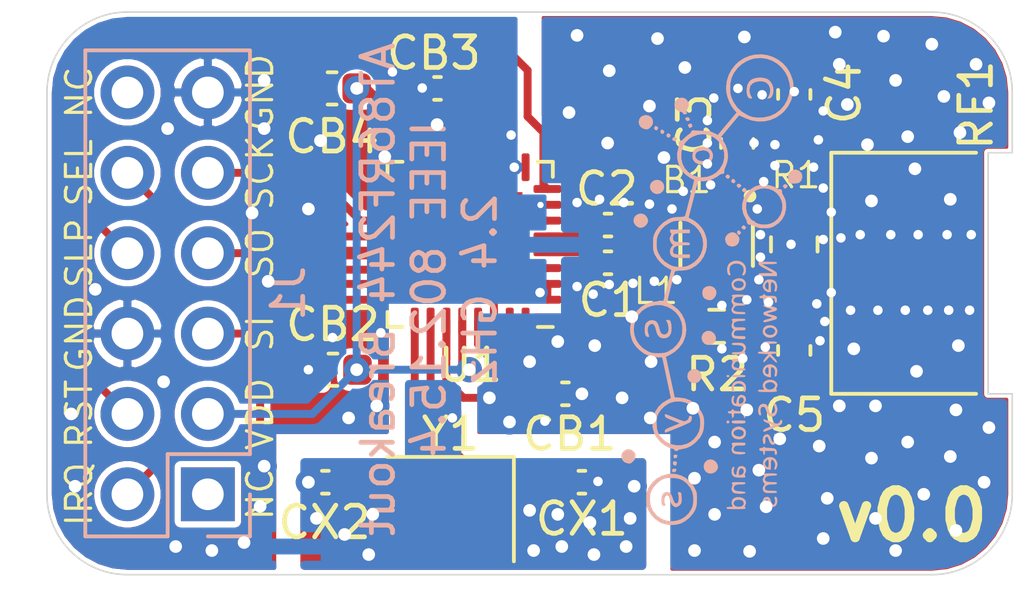
<source format=kicad_pcb>
(kicad_pcb (version 20171130) (host pcbnew "(v20200917-1794-ga4a8cf064b)")
  (layers (0 F.Cu signal) (31 B.Cu signal) (34 B.Paste user) (35 F.Paste user) (36 B.SilkS user) (37 F.SilkS user) (38 B.Mask user) (39 F.Mask user) (44 Edge.Cuts user))
  (net 0 "")
  (net 1 GND)
  (net 2 VDD)
  (net 3 /MOSI)
  (net 4 /MISO)
  (net 5 /SCLK)
  (net 6 /SEL)
  (net 7 /SLP_TR)
  (net 8 /RST)
  (net 9 /IRQ)
  (net 10 /RFP)
  (net 11 /RFN)
  (net 12 /AVDD)
  (net 13 /DVDD)
  (net 14 /XTAL1)
  (net 15 /XTAL2)
  (net 16 /ANT)
  (net 17 GNDA)
  (net 18 GND2)
  (net 19 /RFN')
  (net 20 /RFP')
  (net 21 /ANT'')
  (net 22 /ANT')
  (module local:ComSys-Logo (layer B.Cu) (at 33.6931 21.463 270)
    (fp_text reference G*** hide)
    (fp_text value ComSys-Logo hide)
  )
  (module Capacitor_SMD:C_0402_1005Metric (layer F.Cu) (at 30.4139 19.431 180)
    (fp_text reference C2 (at 0.0355 1.143 180) (layer F.SilkS))
    (fp_text value "1.8 pF" hide)
    (pad 1 smd roundrect (at -0.48 0 180) (size 0.56 0.62) (layers F.Cu F.Paste F.Mask) (net 19 /RFN'))
    (pad 2 smd roundrect (at 0.48 0 180) (size 0.56 0.62) (layers F.Cu F.Paste F.Mask) (net 11 /RFN))
  )
  (module Resistor_SMD:R_0603_1608Metric (layer F.Cu) (at 33.846 22.6314 180)
    (fp_text reference R2 (at -0.0122 -1.524) (layer F.SilkS))
    (fp_text value "10 kΩ" hide)
    (pad 1 smd roundrect (at -0.825 0 180) (size 0.8 0.95) (layers F.Cu F.Paste F.Mask) (net 16 /ANT))
    (pad 2 smd roundrect (at 0.825 0 180) (size 0.8 0.95) (layers F.Cu F.Paste F.Mask) (net 17 GNDA))
  )
  (module local:TDK-HHM1711D1 (layer F.Cu) (at 33.8455 20.0405 270)
    (fp_text reference B1 (at -2.0319 0.9525) (layer F.SilkS) (effects (font (size 0.8 0.8) (thickness 0.1))))
    (fp_text value Balun_HHM1711D1 hide)
    (pad 6 smd rect (at 0.8 -0.65 270) (size 1 0.35) (layers F.Cu F.Paste F.Mask))
    (pad 5 smd rect (at 0.8 0 270) (size 1 0.35) (layers F.Cu F.Paste F.Mask) (net 17 GNDA))
    (pad 4 smd rect (at 0.8 0.65 270) (size 1 0.35) (layers F.Cu F.Paste F.Mask) (net 20 /RFP'))
    (pad 3 smd rect (at -0.8 0.65 270) (size 1 0.35) (layers F.Cu F.Paste F.Mask) (net 19 /RFN'))
    (pad 1 smd rect (at -0.8 -0.65 270) (size 1 0.35) (layers F.Cu F.Paste F.Mask) (net 21 /ANT''))
    (pad 2 smd rect (at -0.8 0 270) (size 1 0.35) (layers F.Cu F.Paste F.Mask) (net 17 GNDA))
  )
  (module Resistor_SMD:R_0805_2012Metric (layer F.Cu) (at 36.2966 20.0425 270)
    (fp_text reference R1 (at -2.1863 -0.0508) (layer F.SilkS) (effects (font (size 0.8 0.8) (thickness 0.1))))
    (fp_text value "0 Ω" hide)
    (pad 2 smd roundrect (at 0.9125 0 270) (size 1.025 1.4) (layers F.Cu F.Paste F.Mask) (roundrect_rratio 0.243902) (net 16 /ANT))
    (pad 1 smd roundrect (at -0.9125 0 270) (size 1.025 1.4) (layers F.Cu F.Paste F.Mask) (roundrect_rratio 0.243902) (net 22 /ANT'))
  )
  (module Capacitor_SMD:C_0603_1608Metric (layer F.Cu) (at 34.4955 16.8532 90)
    (fp_text reference C3 (at 0.5966 -1.3485 90) (layer F.SilkS))
    (fp_text value "0.8 pF" hide)
    (pad 1 smd roundrect (at -0.775 0 90) (size 0.9 0.95) (layers F.Cu F.Paste F.Mask) (net 21 /ANT''))
    (pad 2 smd roundrect (at 0.775 0 90) (size 0.9 0.95) (layers F.Cu F.Paste F.Mask) (net 22 /ANT'))
  )
  (module local:Connector-SMA (layer F.Cu) (at 40.005 20.955 270)
    (fp_text reference RF1)
    (fp_text value ANT hide)
    (fp_text user %R (at -3.81 -2.032 90) (layer F.SilkS) (effects (justify left)))
    (pad 2 smd rect (at 2.54 0 270) (size 1.524 4.064) (layers B.Cu B.Paste B.Mask) (net 17 GNDA))
    (pad 2 smd rect (at -2.54 0 270) (size 1.524 4.064) (layers B.Cu B.Paste B.Mask) (net 17 GNDA))
    (pad 2 smd rect (at 2.54 0 270) (size 1.524 4.064) (layers F.Cu F.Paste F.Mask) (net 17 GNDA))
    (pad 2 smd rect (at -2.54 0 270) (size 1.524 4.064) (layers F.Cu F.Paste F.Mask) (net 17 GNDA))
    (pad 1 smd rect (at 0 0 270) (size 1.524 4.064) (layers F.Cu F.Paste F.Mask) (net 16 /ANT))
  )
  (module local:R0 (layer B.Cu) (at 20.574 29.591 180)
    (fp_text reference R3 hide)
    (fp_text value "0 Ω" hide)
    (fp_line (start -0.762 0) (end 0.762 0) (layer B.Cu) (width 0.5))
    (pad 2 smd rect (at 1.27 0 180) (size 1 1) (layers B.Cu) (net 1 GND))
    (pad 1 smd rect (at -1.27 0 180) (size 1 1) (layers B.Cu) (net 18 GND2))
  )
  (module Capacitor_SMD:C_0402_1005Metric (layer F.Cu) (at 29.591 27.559 180)
    (fp_text reference CX1 (at 0 -1.16) (layer F.SilkS))
    (fp_text value "12 pF")
    (pad 2 smd roundrect (at 0.48 0 180) (size 0.56 0.62) (layers F.Cu F.Paste F.Mask) (net 14 /XTAL1))
    (pad 1 smd roundrect (at -0.48 0 180) (size 0.56 0.62) (layers F.Cu F.Paste F.Mask) (net 18 GND2))
  )
  (module Capacitor_SMD:C_0402_1005Metric (layer F.Cu) (at 21.491 27.559)
    (fp_text reference CX2 (at -0.028 1.27) (layer F.SilkS))
    (fp_text value "12 pF")
    (pad 1 smd roundrect (at -0.48 0) (size 0.56 0.62) (layers F.Cu F.Paste F.Mask) (net 18 GND2))
    (pad 2 smd roundrect (at 0.48 0) (size 0.56 0.62) (layers F.Cu F.Paste F.Mask) (net 15 /XTAL2))
  )
  (module Crystal:Crystal_SMD_TXC_7M-4Pin_3.2x2.5mm (layer F.Cu) (at 25.443 28.409 180)
    (fp_text reference Y1 (at 0 2.374) (layer F.SilkS))
    (fp_text value "16 MHz")
    (pad 1 smd rect (at -1.1 0.85 180) (size 1.4 1.2) (layers F.Cu F.Paste F.Mask) (net 14 /XTAL1))
    (pad 2 smd rect (at 1.1 0.85 180) (size 1.4 1.2) (layers F.Cu F.Paste F.Mask) (net 15 /XTAL2))
    (pad 3 smd rect (at 1.1 -0.85 180) (size 1.4 1.2) (layers F.Cu F.Paste F.Mask))
    (pad 4 smd rect (at -1.1 -0.85 180) (size 1.4 1.2) (layers F.Cu F.Paste F.Mask))
  )
  (module Capacitor_SMD:C_0603_1608Metric (layer F.Cu) (at 36.2966 15.3032 90)
    (fp_text reference C4 (at 0.0378 1.5748 90) (layer F.SilkS))
    (fp_text value "1.2 pF" hide)
    (pad 1 smd roundrect (at -0.775 0 90) (size 0.9 0.95) (layers F.Cu F.Paste F.Mask) (net 22 /ANT'))
    (pad 2 smd roundrect (at 0.775 0 90) (size 0.9 0.95) (layers F.Cu F.Paste F.Mask) (net 17 GNDA))
  )
  (module Capacitor_SMD:C_0402_1005Metric (layer F.Cu) (at 30.4139 20.6248 180)
    (fp_text reference C1 (at -0.0508 -1.1811 180) (layer F.SilkS))
    (fp_text value "1.8 pF" hide)
    (pad 2 smd roundrect (at 0.48 0 180) (size 0.56 0.62) (layers F.Cu F.Paste F.Mask) (net 10 /RFP))
    (pad 1 smd roundrect (at -0.48 0 180) (size 0.56 0.62) (layers F.Cu F.Paste F.Mask) (net 20 /RFP'))
  )
  (module Capacitor_SMD:C_0603_1608Metric (layer F.Cu) (at 21.73 24.003)
    (fp_text reference CB2 (at 0 -1.43) (layer F.SilkS))
    (fp_text value "1 µF")
    (pad 2 smd roundrect (at 0.775 0) (size 0.9 0.95) (layers F.Cu F.Paste F.Mask) (net 2 VDD))
    (pad 1 smd roundrect (at -0.775 0) (size 0.9 0.95) (layers F.Cu F.Paste F.Mask) (net 1 GND))
  )
  (module Capacitor_SMD:C_0603_1608Metric (layer F.Cu) (at 21.704 15.113)
    (fp_text reference CB4 (at 0 1.524) (layer F.SilkS))
    (fp_text value "1 µF")
    (pad 2 smd roundrect (at 0.775 0) (size 0.9 0.95) (layers F.Cu F.Paste F.Mask) (net 2 VDD))
    (pad 1 smd roundrect (at -0.775 0) (size 0.9 0.95) (layers F.Cu F.Paste F.Mask) (net 1 GND))
  )
  (module Connector_PinSocket_2.54mm:PinSocket_2x06_P2.54mm_Vertical (layer B.Cu) (at 17.78 27.94)
    (fp_text reference J1 (at 2.54 -6.35 90) (layer B.SilkS) (effects (justify mirror)))
    (fp_text value "RPi Header")
    (pad 1 thru_hole rect (at 0 0) (size 1.7 1.7) (drill 1) (layers *.Cu *.Mask))
    (pad 2 thru_hole oval (at -2.54 0) (size 1.7 1.7) (drill 1) (layers *.Cu *.Mask) (net 9 /IRQ))
    (pad 3 thru_hole oval (at 0 -2.54) (size 1.7 1.7) (drill 1) (layers *.Cu *.Mask) (net 2 VDD))
    (pad 4 thru_hole oval (at -2.54 -2.54) (size 1.7 1.7) (drill 1) (layers *.Cu *.Mask) (net 8 /RST))
    (pad 5 thru_hole oval (at 0 -5.08) (size 1.7 1.7) (drill 1) (layers *.Cu *.Mask) (net 3 /MOSI))
    (pad 6 thru_hole oval (at -2.54 -5.08) (size 1.7 1.7) (drill 1) (layers *.Cu *.Mask) (net 1 GND))
    (pad 7 thru_hole oval (at 0 -7.62) (size 1.7 1.7) (drill 1) (layers *.Cu *.Mask) (net 4 /MISO))
    (pad 8 thru_hole oval (at -2.54 -7.62) (size 1.7 1.7) (drill 1) (layers *.Cu *.Mask) (net 7 /SLP_TR))
    (pad 9 thru_hole oval (at 0 -10.16) (size 1.7 1.7) (drill 1) (layers *.Cu *.Mask) (net 5 /SCLK))
    (pad 10 thru_hole oval (at -2.54 -10.16) (size 1.7 1.7) (drill 1) (layers *.Cu *.Mask) (net 6 /SEL))
    (pad 11 thru_hole oval (at 0 -12.7) (size 1.7 1.7) (drill 1) (layers *.Cu *.Mask) (net 1 GND))
    (pad 12 thru_hole oval (at -2.54 -12.7) (size 1.7 1.7) (drill 1) (layers *.Cu *.Mask))
  )
  (module Capacitor_SMD:C_0603_1608Metric (layer F.Cu) (at 36.2966 23.3934 270)
    (fp_text reference C5 (at 2.045 0) (layer F.SilkS))
    (fp_text value "1.2 pF" hide)
    (pad 2 smd roundrect (at 0.775 0 270) (size 0.9 0.95) (layers F.Cu F.Paste F.Mask) (net 17 GNDA))
    (pad 1 smd roundrect (at -0.775 0 270) (size 0.9 0.95) (layers F.Cu F.Paste F.Mask) (net 16 /ANT))
  )
  (module Capacitor_SMD:C_0402_1005Metric (layer F.Cu) (at 29.07 24.765)
    (fp_text reference CB1 (at 0.14 1.27) (layer F.SilkS))
    (fp_text value "100 nF")
    (pad 1 smd roundrect (at -0.48 0) (size 0.56 0.62) (layers F.Cu F.Paste F.Mask) (net 12 /AVDD))
    (pad 2 smd roundrect (at 0.48 0) (size 0.56 0.62) (layers F.Cu F.Paste F.Mask) (net 17 GNDA))
  )
  (module Capacitor_SMD:C_0402_1005Metric (layer F.Cu) (at 25.032 15.113 180)
    (fp_text reference CB3 (at 0.1146 1.1176) (layer F.SilkS))
    (fp_text value "100 nF")
    (pad 2 smd roundrect (at 0.48 0 180) (size 0.56 0.62) (layers F.Cu F.Paste F.Mask) (net 1 GND))
    (pad 1 smd roundrect (at -0.48 0 180) (size 0.56 0.62) (layers F.Cu F.Paste F.Mask) (net 13 /DVDD))
  )
  (module Inductor_SMD:L_0402_1005Metric (layer F.Cu) (at 31.877 20.0405 90)
    (fp_text reference L1 (at -1.4733 0.0508 180) (layer F.SilkS) (effects (font (size 0.8 0.8) (thickness 0.1))))
    (fp_text value "5.6 nH" hide)
    (pad 1 smd roundrect (at -0.485 0 90) (size 0.59 0.64) (layers F.Cu F.Paste F.Mask) (net 20 /RFP'))
    (pad 2 smd roundrect (at 0.485 0 90) (size 0.59 0.64) (layers F.Cu F.Paste F.Mask) (net 19 /RFN'))
  )
  (module local:R0 (layer B.Cu) (at 28.7147 20.0533 180)
    (fp_text reference R4 hide)
    (fp_text value "0 Ω" hide)
    (fp_line (start -0.762 0) (end 0.762 0) (layer B.Cu) (width 0.5))
    (pad 1 smd rect (at -1.27 0 180) (size 1 1) (layers B.Cu) (net 17 GNDA))
    (pad 2 smd rect (at 1.27 0 180) (size 1 1) (layers B.Cu) (net 1 GND))
  )
  (module Package_DFN_QFN:QFN-32-1EP_5x5mm_P0.5mm_EP3.3x3.3mm (layer F.Cu) (at 26.063 20.0415 180)
    (fp_text reference U1 (at 0 -3.82) (layer F.SilkS))
    (fp_text value AT86RF233-ZU)
    (pad 1 smd roundrect (at -2.4375 -1.75 180) (size 0.875 0.25) (layers F.Cu F.Paste F.Mask) (net 1 GND))
    (pad 2 smd roundrect (at -2.4375 -1.25 180) (size 0.875 0.25) (layers F.Cu F.Paste F.Mask) (net 1 GND))
    (pad 3 smd roundrect (at -2.4375 -0.75 180) (size 0.875 0.25) (layers F.Cu F.Paste F.Mask) (net 17 GNDA))
    (pad 4 smd roundrect (at -2.4375 -0.25 180) (size 0.875 0.25) (layers F.Cu F.Paste F.Mask) (net 10 /RFP))
    (pad 5 smd roundrect (at -2.4375 0.25 180) (size 0.875 0.25) (layers F.Cu F.Paste F.Mask) (net 11 /RFN))
    (pad 6 smd roundrect (at -2.4375 0.75 180) (size 0.875 0.25) (layers F.Cu F.Paste F.Mask) (net 17 GNDA))
    (pad 7 smd roundrect (at -2.4375 1.25 180) (size 0.875 0.25) (layers F.Cu F.Paste F.Mask) (net 1 GND))
    (pad 8 smd roundrect (at -2.4375 1.75 180) (size 0.875 0.25) (layers F.Cu F.Paste F.Mask) (net 8 /RST))
    (pad 9 smd roundrect (at -1.75 2.4375 180) (size 0.25 0.875) (layers F.Cu F.Paste F.Mask) (net 1 GND))
    (pad 10 smd roundrect (at -1.25 2.4375 180) (size 0.25 0.875) (layers F.Cu F.Paste F.Mask) (net 1 GND))
    (pad 11 smd roundrect (at -0.75 2.4375 180) (size 0.25 0.875) (layers F.Cu F.Paste F.Mask) (net 7 /SLP_TR))
    (pad 12 smd roundrect (at -0.25 2.4375 180) (size 0.25 0.875) (layers F.Cu F.Paste F.Mask) (net 1 GND))
    (pad 13 smd roundrect (at 0.25 2.4375 180) (size 0.25 0.875) (layers F.Cu F.Paste F.Mask) (net 13 /DVDD))
    (pad 14 smd roundrect (at 0.75 2.4375 180) (size 0.25 0.875) (layers F.Cu F.Paste F.Mask) (net 13 /DVDD))
    (pad 15 smd roundrect (at 1.25 2.4375 180) (size 0.25 0.875) (layers F.Cu F.Paste F.Mask) (net 2 VDD))
    (pad 16 smd roundrect (at 1.75 2.4375 180) (size 0.25 0.875) (layers F.Cu F.Paste F.Mask) (net 1 GND))
    (pad 17 smd roundrect (at 2.4375 1.75 180) (size 0.875 0.25) (layers F.Cu F.Paste F.Mask))
    (pad 18 smd roundrect (at 2.4375 1.25 180) (size 0.875 0.25) (layers F.Cu F.Paste F.Mask) (net 1 GND))
    (pad 19 smd roundrect (at 2.4375 0.75 180) (size 0.875 0.25) (layers F.Cu F.Paste F.Mask) (net 5 /SCLK))
    (pad 20 smd roundrect (at 2.4375 0.25 180) (size 0.875 0.25) (layers F.Cu F.Paste F.Mask) (net 4 /MISO))
    (pad 21 smd roundrect (at 2.4375 -0.25 180) (size 0.875 0.25) (layers F.Cu F.Paste F.Mask) (net 1 GND))
    (pad 22 smd roundrect (at 2.4375 -0.75 180) (size 0.875 0.25) (layers F.Cu F.Paste F.Mask) (net 3 /MOSI))
    (pad 23 smd roundrect (at 2.4375 -1.25 180) (size 0.875 0.25) (layers F.Cu F.Paste F.Mask) (net 6 /SEL))
    (pad 24 smd roundrect (at 2.4375 -1.75 180) (size 0.875 0.25) (layers F.Cu F.Paste F.Mask) (net 9 /IRQ))
    (pad 25 smd roundrect (at 1.75 -2.4375 180) (size 0.25 0.875) (layers F.Cu F.Paste F.Mask) (net 15 /XTAL2))
    (pad 26 smd roundrect (at 1.25 -2.4375 180) (size 0.25 0.875) (layers F.Cu F.Paste F.Mask) (net 14 /XTAL1))
    (pad 27 smd roundrect (at 0.75 -2.4375 180) (size 0.25 0.875) (layers F.Cu F.Paste F.Mask) (net 17 GNDA))
    (pad 28 smd roundrect (at 0.25 -2.4375 180) (size 0.25 0.875) (layers F.Cu F.Paste F.Mask) (net 2 VDD))
    (pad 29 smd roundrect (at -0.25 -2.4375 180) (size 0.25 0.875) (layers F.Cu F.Paste F.Mask) (net 12 /AVDD))
    (pad 30 smd roundrect (at -0.75 -2.4375 180) (size 0.25 0.875) (layers F.Cu F.Paste F.Mask) (net 17 GNDA))
    (pad 31 smd roundrect (at -1.25 -2.4375 180) (size 0.25 0.875) (layers F.Cu F.Paste F.Mask) (net 17 GNDA))
    (pad 32 smd roundrect (at -1.75 -2.4375 180) (size 0.25 0.875) (layers F.Cu F.Paste F.Mask) (net 17 GNDA))
    (pad 33 smd rect (at 0 0 180) (size 3.3 3.3) (layers F.Cu F.Mask) (net 17 GNDA))
  )
  (gr_text v0.0 (at 40.005 28.6258) (layer F.SilkS) (effects (font (size 1.5 1.5) (thickness 0.3))))
  (gr_text "AT86RF244 Breakout\nIEEE 802.15.4\n2.4 GHz" (at 24.765 21.463 90) (layer B.SilkS) (effects (font (size 1 1)) (justify mirror)))
  (gr_line (start 43.18 24.765) (end 43.18 27.94) (layer Edge.Cuts) (width 0.05))
  (gr_line (start 42.418 24.765) (end 43.18 24.765) (layer Edge.Cuts) (width 0.05))
  (gr_line (start 42.418 17.145) (end 42.418 24.765) (layer Edge.Cuts) (width 0.05))
  (gr_line (start 43.18 17.145) (end 42.418 17.145) (layer Edge.Cuts) (width 0.05))
  (gr_line (start 43.18 15.24) (end 43.18 17.145) (layer Edge.Cuts) (width 0.05))
  (gr_text NC (at 19.431 27.94 90) (layer F.SilkS) (effects (font (size 0.8 0.8) (thickness 0.1))))
  (gr_text NC (at 13.716 15.24 90) (layer F.SilkS) (effects (font (size 0.8 0.8) (thickness 0.1))))
  (gr_text VDD (at 19.431 25.4 90) (layer F.SilkS) (effects (font (size 0.8 0.8) (thickness 0.1))))
  (gr_text SI (at 19.431 22.86 90) (layer F.SilkS) (effects (font (size 0.8 0.8) (thickness 0.1))))
  (gr_text SO (at 19.431 20.32 90) (layer F.SilkS) (effects (font (size 0.8 0.8) (thickness 0.1))))
  (gr_text SCK (at 19.431 17.78 90) (layer F.SilkS) (effects (font (size 0.8 0.8) (thickness 0.1))))
  (gr_text GND (at 19.431 15.24 90) (layer F.SilkS) (effects (font (size 0.8 0.8) (thickness 0.1))))
  (gr_text SEL (at 13.716 17.78 90) (layer F.SilkS) (effects (font (size 0.8 0.8) (thickness 0.1))))
  (gr_text SLP (at 13.716 20.32 90) (layer F.SilkS) (effects (font (size 0.8 0.8) (thickness 0.1))))
  (gr_text GND (at 13.716 22.86 90) (layer F.SilkS) (effects (font (size 0.8 0.8) (thickness 0.1))))
  (gr_text RST (at 13.716 25.4 90) (layer F.SilkS) (effects (font (size 0.8 0.8) (thickness 0.1))))
  (gr_text IRQ (at 13.716 27.94 90) (layer F.SilkS) (effects (font (size 0.8 0.8) (thickness 0.1))))
  (gr_line (start 12.7 27.94) (end 12.7 15.24) (layer Edge.Cuts) (width 0.05))
  (gr_line (start 40.64 30.48) (end 15.24 30.48) (layer Edge.Cuts) (width 0.05))
  (gr_line (start 15.24 12.7) (end 40.64 12.7) (layer Edge.Cuts) (width 0.05))
  (gr_arc (start 40.64 27.94) (end 40.64 30.48) (angle -90) (layer Edge.Cuts) (width 0.05))
  (gr_arc (start 40.64 15.24) (end 43.18 15.24) (angle -90) (layer Edge.Cuts) (width 0.05))
  (gr_arc (start 15.24 15.24) (end 15.24 12.7) (angle -90) (layer Edge.Cuts) (width 0.05))
  (gr_arc (start 15.24 27.94) (end 12.7 27.94) (angle -90) (layer Edge.Cuts) (width 0.05))
  (via (at 24.5491 15.1003) (size 0.5) (drill 0.3) (layers F.Cu B.Cu) (net 1))
  (via (at 20.955 24.003) (size 0.5) (drill 0.3) (layers F.Cu B.Cu) (net 1))
  (via (at 18.923 29.464) (size 0.8) (drill 0.4) (layers F.Cu B.Cu) (net 1))
  (segment (start 27.813 17.604) (end 27.4556 17.604) (width 0.25) (layer F.Cu) (net 1))
  (segment (start 28.5005 21.7915) (end 28.5005 21.4359) (width 0.25) (layer F.Cu) (net 1))
  (via (at 16.51 16.383) (size 0.8) (drill 0.4) (layers F.Cu B.Cu) (net 1))
  (via (at 19.558 16.383) (size 0.8) (drill 0.4) (layers F.Cu B.Cu) (net 1))
  (via (at 21.336 16.764) (size 0.8) (drill 0.4) (layers F.Cu B.Cu) (net 1))
  (via (at 23.368 17.272) (size 0.8) (drill 0.4) (layers F.Cu B.Cu) (net 1))
  (via (at 20.955 18.923) (size 0.8) (drill 0.4) (layers F.Cu B.Cu) (net 1))
  (via (at 19.177 19.05) (size 0.8) (drill 0.4) (layers F.Cu B.Cu) (net 1))
  (via (at 19.685 21.209) (size 0.8) (drill 0.4) (layers F.Cu B.Cu) (net 1))
  (via (at 14.224 21.463) (size 0.8) (drill 0.4) (layers F.Cu B.Cu) (net 1))
  (via (at 16.383 24.384) (size 0.8) (drill 0.4) (layers F.Cu B.Cu) (net 1))
  (via (at 13.462 25.4) (size 0.8) (drill 0.4) (layers F.Cu B.Cu) (net 1))
  (via (at 13.589 27.686) (size 0.8) (drill 0.4) (layers F.Cu B.Cu) (net 1))
  (via (at 16.764 29.591) (size 0.8) (drill 0.4) (layers F.Cu B.Cu) (net 1))
  (via (at 17.907 29.718) (size 0.8) (drill 0.4) (layers F.Cu B.Cu) (net 1))
  (via (at 23.114 25.146) (size 0.8) (drill 0.4) (layers F.Cu B.Cu) (net 1))
  (via (at 22.225 25.527) (size 0.8) (drill 0.4) (layers F.Cu B.Cu) (net 1))
  (via (at 19.558 27.051) (size 0.8) (drill 0.4) (layers F.Cu B.Cu) (net 1))
  (via (at 19.431 28.321) (size 0.8) (drill 0.4) (layers F.Cu B.Cu) (net 1))
  (via (at 19.558 14.859) (size 0.8) (drill 0.4) (layers F.Cu B.Cu) (net 1))
  (via (at 25.019 16.256) (size 0.8) (drill 0.4) (layers F.Cu B.Cu) (net 1))
  (via (at 27.3558 16.5862) (size 0.4) (drill 0.3) (layers F.Cu B.Cu) (net 1))
  (segment (start 27.4556 17.604) (end 27.313 17.604) (width 0.25) (layer F.Cu) (net 1))
  (via (at 27.4556 17.604) (size 0.5) (drill 0.3) (layers F.Cu B.Cu) (net 1))
  (via (at 23.241 22.8346) (size 0.5) (drill 0.3) (layers F.Cu B.Cu) (net 1))
  (via (at 21.717 22.987) (size 0.5) (drill 0.3) (layers F.Cu B.Cu) (net 1))
  (segment (start 28.5005 21.4359) (end 28.5005 21.2915) (width 0.25) (layer F.Cu) (net 1))
  (via (at 28.2702 21.5646) (size 0.5) (drill 0.3) (layers F.Cu B.Cu) (net 1))
  (segment (start 28.2702 21.5218) (end 28.5005 21.2915) (width 0.25) (layer F.Cu) (net 1))
  (segment (start 28.2702 21.5646) (end 28.2702 21.5218) (width 0.25) (layer F.Cu) (net 1))
  (segment (start 28.2736 21.5646) (end 28.5005 21.7915) (width 0.25) (layer F.Cu) (net 1))
  (segment (start 28.2702 21.5646) (end 28.2736 21.5646) (width 0.25) (layer F.Cu) (net 1))
  (via (at 28.2829 18.796) (size 0.3) (drill 0.2) (layers F.Cu B.Cu) (net 1))
  (via (at 23.6093 14.5923) (size 0.5) (drill 0.3) (layers F.Cu B.Cu) (net 1))
  (via (at 22.479 15.113) (size 0.8) (drill 0.4) (layers F.Cu B.Cu) (net 2))
  (segment (start 25.813 22.479) (end 25.813 23.781) (width 0.25) (layer F.Cu) (net 2))
  (segment (start 25.813 23.781) (end 26.035 24.003) (width 0.25) (layer F.Cu) (net 2))
  (via (at 26.035 24.003) (size 0.8) (drill 0.4) (layers F.Cu B.Cu) (net 2))
  (segment (start 21.082 25.4) (end 22.479 24.003) (width 0.25) (layer B.Cu) (net 2))
  (segment (start 17.78 25.4) (end 21.082 25.4) (width 0.25) (layer B.Cu) (net 2))
  (segment (start 22.479 24.003) (end 26.035 24.003) (width 0.25) (layer B.Cu) (net 2))
  (via (at 22.479 24.003) (size 0.8) (drill 0.4) (layers F.Cu B.Cu) (net 2))
  (segment (start 22.479 15.113) (end 22.479 24.003) (width 0.25) (layer B.Cu) (net 2))
  (segment (start 22.807522 15.113) (end 22.479 15.113) (width 0.25) (layer F.Cu) (net 2))
  (segment (start 24.813 17.118478) (end 22.807522 15.113) (width 0.25) (layer F.Cu) (net 2))
  (segment (start 24.813 17.604) (end 24.813 17.118478) (width 0.25) (layer F.Cu) (net 2))
  (segment (start 23.61551 20.84149) (end 21.57651 20.84149) (width 0.25) (layer F.Cu) (net 3))
  (segment (start 23.6255 20.8315) (end 23.61551 20.84149) (width 0.25) (layer F.Cu) (net 3))
  (segment (start 23.6255 20.7915) (end 23.6255 20.8315) (width 0.25) (layer F.Cu) (net 3))
  (segment (start 19.558 22.86) (end 17.78 22.86) (width 0.25) (layer F.Cu) (net 3))
  (segment (start 21.57651 20.84149) (end 19.558 22.86) (width 0.25) (layer F.Cu) (net 3))
  (segment (start 23.6255 19.7915) (end 21.3565 19.7915) (width 0.25) (layer F.Cu) (net 4))
  (segment (start 20.828 20.32) (end 17.78 20.32) (width 0.25) (layer F.Cu) (net 4))
  (segment (start 21.3565 19.7915) (end 20.828 20.32) (width 0.25) (layer F.Cu) (net 4))
  (segment (start 23.6255 19.2915) (end 22.5935 19.2915) (width 0.25) (layer F.Cu) (net 5))
  (segment (start 21.082 17.78) (end 17.78 17.78) (width 0.25) (layer F.Cu) (net 5))
  (segment (start 22.5935 19.2915) (end 21.082 17.78) (width 0.25) (layer F.Cu) (net 5))
  (segment (start 21.76291 21.2915) (end 18.92441 24.13) (width 0.25) (layer F.Cu) (net 6))
  (segment (start 23.6255 21.2915) (end 21.76291 21.2915) (width 0.25) (layer F.Cu) (net 6))
  (segment (start 17.310998 24.13) (end 16.51 23.329002) (width 0.25) (layer F.Cu) (net 6))
  (segment (start 18.92441 24.13) (end 17.310998 24.13) (width 0.25) (layer F.Cu) (net 6))
  (segment (start 16.51 19.05) (end 15.24 17.78) (width 0.25) (layer F.Cu) (net 6))
  (segment (start 16.51 23.329002) (end 16.51 19.05) (width 0.25) (layer F.Cu) (net 6))
  (segment (start 26.813 17.604) (end 26.813 14.113) (width 0.25) (layer F.Cu) (net 7))
  (segment (start 26.813 14.113) (end 26.543 13.843) (width 0.25) (layer F.Cu) (net 7))
  (segment (start 26.543 13.843) (end 14.732 13.843) (width 0.25) (layer F.Cu) (net 7))
  (segment (start 14.732 13.843) (end 13.843 14.732) (width 0.25) (layer F.Cu) (net 7))
  (segment (start 13.843 18.923) (end 15.24 20.32) (width 0.25) (layer F.Cu) (net 7))
  (segment (start 13.843 14.732) (end 13.843 18.923) (width 0.25) (layer F.Cu) (net 7))
  (segment (start 14.5456 13.39299) (end 26.729401 13.392991) (width 0.25) (layer F.Cu) (net 8))
  (segment (start 13.392991 14.545599) (end 14.5456 13.39299) (width 0.25) (layer F.Cu) (net 8))
  (segment (start 13.39299 23.55299) (end 13.392991 14.545599) (width 0.25) (layer F.Cu) (net 8))
  (segment (start 15.24 25.4) (end 13.39299 23.55299) (width 0.25) (layer F.Cu) (net 8))
  (segment (start 27.877205 16.002705) (end 27.877205 14.540795) (width 0.25) (layer F.Cu) (net 8))
  (segment (start 26.729401 13.392991) (end 27.877205 14.540795) (width 0.25) (layer F.Cu) (net 8))
  (segment (start 28.3755 16.501) (end 27.877205 16.002705) (width 0.25) (layer F.Cu) (net 8))
  (segment (start 28.3755 18.1665) (end 28.3755 16.501) (width 0.25) (layer F.Cu) (net 8))
  (segment (start 28.5005 18.2915) (end 28.3755 18.1665) (width 0.25) (layer F.Cu) (net 8))
  (segment (start 23.6255 21.7915) (end 21.89932 21.7915) (width 0.25) (layer F.Cu) (net 9))
  (segment (start 21.89932 21.7915) (end 19.431 24.25982) (width 0.25) (layer F.Cu) (net 9))
  (segment (start 19.431 24.25982) (end 19.431 25.654) (width 0.25) (layer F.Cu) (net 9))
  (segment (start 19.431 25.654) (end 18.415 26.67) (width 0.25) (layer F.Cu) (net 9))
  (segment (start 16.51 26.67) (end 15.24 27.94) (width 0.25) (layer F.Cu) (net 9))
  (segment (start 18.415 26.67) (end 16.51 26.67) (width 0.25) (layer F.Cu) (net 9))
  (segment (start 28.5005 20.2915) (end 28.5719 20.2915) (width 0.25) (layer F.Cu) (net 10))
  (segment (start 29.6006 20.2915) (end 29.9339 20.6248) (width 0.25) (layer F.Cu) (net 10))
  (segment (start 28.5005 20.2915) (end 29.6006 20.2915) (width 0.25) (layer F.Cu) (net 10))
  (segment (start 29.5734 19.7915) (end 29.9339 19.431) (width 0.25) (layer F.Cu) (net 11))
  (segment (start 28.5005 19.7915) (end 29.5734 19.7915) (width 0.25) (layer F.Cu) (net 11))
  (segment (start 26.313 23.195002) (end 26.313 22.479) (width 0.25) (layer F.Cu) (net 12))
  (segment (start 27.882998 24.765) (end 26.313 23.195002) (width 0.25) (layer F.Cu) (net 12))
  (segment (start 28.59 24.765) (end 27.882998 24.765) (width 0.25) (layer F.Cu) (net 12))
  (segment (start 25.313 17.604) (end 25.813 17.604) (width 0.25) (layer F.Cu) (net 13))
  (segment (start 25.813 15.414) (end 25.512 15.113) (width 0.25) (layer F.Cu) (net 13))
  (segment (start 25.813 17.604) (end 25.813 15.414) (width 0.25) (layer F.Cu) (net 13))
  (segment (start 26.543 27.559) (end 29.111 27.559) (width 0.25) (layer F.Cu) (net 14))
  (segment (start 24.813 25.829) (end 24.813 22.479) (width 0.25) (layer F.Cu) (net 14))
  (segment (start 26.543 27.559) (end 24.813 25.829) (width 0.25) (layer F.Cu) (net 14))
  (segment (start 24.313 27.529) (end 24.343 27.559) (width 0.25) (layer F.Cu) (net 15))
  (segment (start 24.313 22.479) (end 24.313 27.529) (width 0.25) (layer F.Cu) (net 15))
  (segment (start 24.343 27.559) (end 21.971 27.559) (width 0.25) (layer F.Cu) (net 15))
  (segment (start 36.2966 20.955) (end 40.005 20.955) (width 0.43) (layer F.Cu) (net 16))
  (segment (start 36.2966 20.955) (end 36.2966 22.6184) (width 0.43) (layer F.Cu) (net 16))
  (segment (start 36.2836 22.6314) (end 36.2966 22.6184) (width 0.43) (layer F.Cu) (net 16))
  (segment (start 34.671 22.6314) (end 36.2836 22.6314) (width 0.43) (layer F.Cu) (net 16))
  (via (at 41.2242 18.6182) (size 0.8) (drill 0.4) (layers F.Cu B.Cu) (net 17))
  (via (at 40.1066 17.653) (size 0.8) (drill 0.4) (layers F.Cu B.Cu) (net 17))
  (via (at 38.735 18.669) (size 0.8) (drill 0.4) (layers F.Cu B.Cu) (net 17))
  (via (at 40.1574 24.0538) (size 0.8) (drill 0.4) (layers F.Cu B.Cu) (net 17))
  (via (at 41.4782 23.241) (size 0.8) (drill 0.4) (layers F.Cu B.Cu) (net 17))
  (via (at 38.1762 23.3426) (size 0.8) (drill 0.4) (layers F.Cu B.Cu) (net 17))
  (via (at 37.973 15.621) (size 0.8) (drill 0.4) (layers F.Cu B.Cu) (net 17))
  (via (at 29.591 24.765) (size 0.8) (drill 0.4) (layers F.Cu B.Cu) (net 17))
  (segment (start 25.309999 23.654999) (end 25.309999 24.351001) (width 0.25) (layer F.Cu) (net 17))
  (segment (start 25.313 23.651998) (end 25.309999 23.654999) (width 0.25) (layer F.Cu) (net 17))
  (segment (start 25.309999 24.351001) (end 25.850998 24.892) (width 0.25) (layer F.Cu) (net 17))
  (segment (start 25.313 22.479) (end 25.313 23.651998) (width 0.25) (layer F.Cu) (net 17))
  (segment (start 25.850998 24.892) (end 26.67 24.892) (width 0.25) (layer F.Cu) (net 17))
  (via (at 26.67 24.892) (size 0.8) (drill 0.4) (layers F.Cu B.Cu) (net 17))
  (via (at 27.305 25.654) (size 0.8) (drill 0.4) (layers F.Cu B.Cu) (net 17))
  (via (at 27.94 23.749) (size 0.8) (drill 0.4) (layers F.Cu B.Cu) (net 17))
  (via (at 28.829 23.114) (size 0.8) (drill 0.4) (layers F.Cu B.Cu) (net 17))
  (via (at 30.861 24.892) (size 0.8) (drill 0.4) (layers F.Cu B.Cu) (net 17))
  (via (at 31.75 25.527) (size 0.8) (drill 0.4) (layers F.Cu B.Cu) (net 17))
  (via (at 33.782 26.289) (size 0.8) (drill 0.4) (layers F.Cu B.Cu) (net 17))
  (via (at 33.147 27.432) (size 0.8) (drill 0.4) (layers F.Cu B.Cu) (net 17))
  (via (at 33.782 28.575) (size 0.8) (drill 0.4) (layers F.Cu B.Cu) (net 17))
  (via (at 33.147 29.718) (size 0.8) (drill 0.4) (layers F.Cu B.Cu) (net 17))
  (via (at 34.8869 29.7434) (size 0.8) (drill 0.4) (layers F.Cu B.Cu) (net 17))
  (via (at 37.211 29.337) (size 0.8) (drill 0.4) (layers F.Cu B.Cu) (net 17))
  (via (at 38.862 28.702) (size 0.8) (drill 0.4) (layers F.Cu B.Cu) (net 17))
  (via (at 39.497 29.718) (size 0.8) (drill 0.4) (layers F.Cu B.Cu) (net 17))
  (via (at 42.291 27.559) (size 0.8) (drill 0.4) (layers F.Cu B.Cu) (net 17))
  (via (at 42.4434 25.8318) (size 0.8) (drill 0.4) (layers F.Cu B.Cu) (net 17))
  (via (at 41.402 25.273) (size 0.8) (drill 0.4) (layers F.Cu B.Cu) (net 17))
  (via (at 38.862 25.146) (size 0.8) (drill 0.4) (layers F.Cu B.Cu) (net 17))
  (via (at 37.719 25.146) (size 0.8) (drill 0.4) (layers F.Cu B.Cu) (net 17))
  (via (at 34.798 25.273) (size 0.8) (drill 0.4) (layers F.Cu B.Cu) (net 17))
  (via (at 37.592 13.335) (size 0.8) (drill 0.4) (layers F.Cu B.Cu) (net 17))
  (via (at 37.719 14.351) (size 0.8) (drill 0.4) (layers F.Cu B.Cu) (net 17))
  (via (at 39.116 13.462) (size 0.8) (drill 0.4) (layers F.Cu B.Cu) (net 17))
  (via (at 39.497 14.859) (size 0.8) (drill 0.4) (layers F.Cu B.Cu) (net 17))
  (via (at 40.64 13.716) (size 0.8) (drill 0.4) (layers F.Cu B.Cu) (net 17))
  (via (at 42.037 14.351) (size 0.8) (drill 0.4) (layers F.Cu B.Cu) (net 17))
  (via (at 42.4434 15.5702) (size 0.8) (drill 0.4) (layers F.Cu B.Cu) (net 17))
  (via (at 41.529 16.51) (size 0.8) (drill 0.4) (layers F.Cu B.Cu) (net 17))
  (via (at 39.878 16.637) (size 0.8) (drill 0.4) (layers F.Cu B.Cu) (net 17))
  (via (at 41.021 15.367) (size 0.8) (drill 0.4) (layers F.Cu B.Cu) (net 17))
  (via (at 38.608 16.891) (size 0.8) (drill 0.4) (layers F.Cu B.Cu) (net 17))
  (via (at 33.0962 25.2222) (size 0.8) (drill 0.4) (layers F.Cu B.Cu) (net 17))
  (via (at 41.402 29.083) (size 0.8) (drill 0.4) (layers F.Cu B.Cu) (net 17))
  (via (at 37.338 28.067) (size 0.8) (drill 0.4) (layers F.Cu B.Cu) (net 17))
  (via (at 35.4076 28.3337) (size 0.8) (drill 0.4) (layers F.Cu B.Cu) (net 17))
  (via (at 35.179 27.178) (size 0.8) (drill 0.4) (layers F.Cu B.Cu) (net 17))
  (via (at 37.084 26.416) (size 0.8) (drill 0.4) (layers F.Cu B.Cu) (net 17))
  (via (at 38.735 26.797) (size 0.8) (drill 0.4) (layers F.Cu B.Cu) (net 17))
  (via (at 39.878 26.289) (size 0.8) (drill 0.4) (layers F.Cu B.Cu) (net 17))
  (via (at 41.2242 26.7462) (size 0.8) (drill 0.4) (layers F.Cu B.Cu) (net 17))
  (via (at 40.386 27.94) (size 0.8) (drill 0.4) (layers F.Cu B.Cu) (net 17))
  (via (at 29.4386 18.7198) (size 0.5) (drill 0.3) (layers F.Cu B.Cu) (net 17))
  (via (at 29.4386 21.3741) (size 0.5) (drill 0.3) (layers F.Cu B.Cu) (net 17))
  (segment (start 29.337 21.4122) (end 29.26301 21.33821) (width 0.25) (layer F.Cu) (net 17))
  (segment (start 29.4894 21.4122) (end 29.337 21.4122) (width 0.25) (layer F.Cu) (net 17))
  (via (at 28.4226 25.6286) (size 0.5) (drill 0.3) (layers F.Cu B.Cu) (net 17))
  (segment (start 26.813 22.479) (end 26.813 20.7915) (width 0.25) (layer F.Cu) (net 17))
  (segment (start 26.813 20.7915) (end 26.063 20.0415) (width 0.25) (layer F.Cu) (net 17))
  (segment (start 28.5005 20.7915) (end 26.813 20.7915) (width 0.25) (layer F.Cu) (net 17))
  (segment (start 26.813 19.2915) (end 26.063 20.0415) (width 0.25) (layer F.Cu) (net 17))
  (segment (start 28.5005 19.2915) (end 26.813 19.2915) (width 0.25) (layer F.Cu) (net 17))
  (via (at 30.4546 21.3106) (size 0.5) (drill 0.3) (layers F.Cu B.Cu) (net 17))
  (via (at 31.2039 21.2725) (size 0.5) (drill 0.3) (layers F.Cu B.Cu) (net 17))
  (via (at 31.877 21.209) (size 0.5) (drill 0.3) (layers F.Cu B.Cu) (net 17))
  (via (at 32.5882 21.1582) (size 0.5) (drill 0.3) (layers F.Cu B.Cu) (net 17))
  (via (at 29.9466 21.6154) (size 0.5) (drill 0.3) (layers F.Cu B.Cu) (net 17))
  (via (at 30.1498 18.6182) (size 0.5) (drill 0.3) (layers F.Cu B.Cu) (net 17))
  (via (at 30.9118 18.7198) (size 0.5) (drill 0.3) (layers F.Cu B.Cu) (net 17))
  (via (at 31.7246 18.7706) (size 0.5) (drill 0.3) (layers F.Cu B.Cu) (net 17))
  (via (at 32.4358 18.923) (size 0.5) (drill 0.3) (layers F.Cu B.Cu) (net 17))
  (via (at 32.7914 18.3642) (size 0.5) (drill 0.3) (layers F.Cu B.Cu) (net 17))
  (via (at 33.655 18.161) (size 0.5) (drill 0.3) (layers F.Cu B.Cu) (net 17))
  (via (at 33.5534 17.5006) (size 0.5) (drill 0.3) (layers F.Cu B.Cu) (net 17))
  (via (at 33.5534 16.8402) (size 0.5) (drill 0.3) (layers F.Cu B.Cu) (net 17))
  (via (at 35.0266 16.8402) (size 0.5) (drill 0.3) (layers F.Cu B.Cu) (net 17))
  (via (at 35.687 17.5514) (size 0.5) (drill 0.3) (layers F.Cu B.Cu) (net 17))
  (via (at 35.3314 18.0594) (size 0.5) (drill 0.3) (layers F.Cu B.Cu) (net 17))
  (via (at 35.1282 18.923) (size 0.5) (drill 0.3) (layers F.Cu B.Cu) (net 17))
  (via (at 35.2298 19.7358) (size 0.5) (drill 0.3) (layers F.Cu B.Cu) (net 17))
  (via (at 36.195 20.0406) (size 0.5) (drill 0.3) (layers F.Cu B.Cu) (net 17))
  (via (at 37.211 19.8882) (size 0.5) (drill 0.3) (layers F.Cu B.Cu) (net 17))
  (via (at 37.465 19.0246) (size 0.5) (drill 0.3) (layers F.Cu B.Cu) (net 17))
  (via (at 37.211 18.2626) (size 0.5) (drill 0.3) (layers F.Cu B.Cu) (net 17))
  (via (at 36.9062 17.6022) (size 0.5) (drill 0.3) (layers F.Cu B.Cu) (net 17))
  (via (at 37.0586 16.7386) (size 0.5) (drill 0.3) (layers F.Cu B.Cu) (net 17))
  (via (at 37.211 15.8242) (size 0.5) (drill 0.3) (layers F.Cu B.Cu) (net 17))
  (via (at 35.2806 15.3162) (size 0.5) (drill 0.3) (layers F.Cu B.Cu) (net 17))
  (via (at 34.5186 15.113) (size 0.5) (drill 0.3) (layers F.Cu B.Cu) (net 17))
  (via (at 33.7566 15.4178) (size 0.5) (drill 0.3) (layers F.Cu B.Cu) (net 17))
  (via (at 33.5534 16.129) (size 0.5) (drill 0.3) (layers F.Cu B.Cu) (net 17))
  (via (at 35.2298 20.447) (size 0.5) (drill 0.3) (layers F.Cu B.Cu) (net 17))
  (via (at 35.687 16.891) (size 0.5) (drill 0.3) (layers F.Cu B.Cu) (net 17))
  (via (at 37.465 21.5646) (size 0.5) (drill 0.3) (layers F.Cu B.Cu) (net 17))
  (via (at 38.0746 22.1234) (size 0.5) (drill 0.3) (layers F.Cu B.Cu) (net 17))
  (via (at 38.9382 22.1234) (size 0.5) (drill 0.3) (layers F.Cu B.Cu) (net 17))
  (via (at 39.8018 22.1234) (size 0.5) (drill 0.3) (layers F.Cu B.Cu) (net 17))
  (via (at 40.513 22.1234) (size 0.5) (drill 0.3) (layers F.Cu B.Cu) (net 17))
  (via (at 41.1734 22.1234) (size 0.5) (drill 0.3) (layers F.Cu B.Cu) (net 17))
  (via (at 41.8338 22.1234) (size 0.5) (drill 0.3) (layers F.Cu B.Cu) (net 17))
  (via (at 41.8846 19.7358) (size 0.5) (drill 0.3) (layers F.Cu B.Cu) (net 17))
  (via (at 41.1226 19.7358) (size 0.5) (drill 0.3) (layers F.Cu B.Cu) (net 17))
  (via (at 40.2082 19.7358) (size 0.5) (drill 0.3) (layers F.Cu B.Cu) (net 17))
  (via (at 39.3446 19.7358) (size 0.5) (drill 0.3) (layers F.Cu B.Cu) (net 17))
  (via (at 38.3794 19.7358) (size 0.5) (drill 0.3) (layers F.Cu B.Cu) (net 17))
  (via (at 37.7698 19.8374) (size 0.5) (drill 0.3) (layers F.Cu B.Cu) (net 17))
  (via (at 37.0078 21.9202) (size 0.5) (drill 0.3) (layers F.Cu B.Cu) (net 17))
  (via (at 37.2618 22.479) (size 0.5) (drill 0.3) (layers F.Cu B.Cu) (net 17))
  (via (at 37.1094 23.0886) (size 0.5) (drill 0.3) (layers F.Cu B.Cu) (net 17))
  (via (at 35.4838 21.8694) (size 0.5) (drill 0.3) (layers F.Cu B.Cu) (net 17))
  (via (at 35.179 21.1582) (size 0.5) (drill 0.3) (layers F.Cu B.Cu) (net 17))
  (via (at 35.3822 23.2918) (size 0.5) (drill 0.3) (layers F.Cu B.Cu) (net 17))
  (via (at 34.671 23.6474) (size 0.5) (drill 0.3) (layers F.Cu B.Cu) (net 17))
  (via (at 34.0106 23.3426) (size 0.5) (drill 0.3) (layers F.Cu B.Cu) (net 17))
  (via (at 34.0106 21.971) (size 0.5) (drill 0.3) (layers F.Cu B.Cu) (net 17))
  (via (at 34.798 21.7932) (size 0.5) (drill 0.3) (layers F.Cu B.Cu) (net 17))
  (via (at 36.2966 15.2146) (size 0.5) (drill 0.3) (layers F.Cu B.Cu) (net 17))
  (via (at 32.1818 17.2974) (size 0.8) (drill 0.4) (layers F.Cu B.Cu) (net 17))
  (via (at 30.4038 16.8402) (size 0.8) (drill 0.4) (layers F.Cu B.Cu) (net 17))
  (via (at 29.1846 15.875) (size 0.8) (drill 0.4) (layers F.Cu B.Cu) (net 17))
  (via (at 31.7246 15.6718) (size 0.8) (drill 0.4) (layers F.Cu B.Cu) (net 17))
  (via (at 29.4386 13.4366) (size 0.8) (drill 0.4) (layers F.Cu B.Cu) (net 17))
  (via (at 30.4546 14.5542) (size 0.8) (drill 0.4) (layers F.Cu B.Cu) (net 17))
  (via (at 31.9786 13.5382) (size 0.8) (drill 0.4) (layers F.Cu B.Cu) (net 17))
  (via (at 32.8422 14.4526) (size 0.8) (drill 0.4) (layers F.Cu B.Cu) (net 17))
  (via (at 34.7218 13.4874) (size 0.8) (drill 0.4) (layers F.Cu B.Cu) (net 17))
  (via (at 31.1658 22.3266) (size 0.8) (drill 0.4) (layers F.Cu B.Cu) (net 17))
  (via (at 29.9974 23.241) (size 0.8) (drill 0.4) (layers F.Cu B.Cu) (net 17))
  (via (at 31.7754 23.749) (size 0.8) (drill 0.4) (layers F.Cu B.Cu) (net 17))
  (via (at 35.8394 26.1874) (size 0.8) (drill 0.4) (layers F.Cu B.Cu) (net 17))
  (via (at 30.099 27.5336) (size 0.5) (drill 0.3) (layers F.Cu B.Cu) (net 18))
  (via (at 22.098 29.21) (size 0.8) (drill 0.4) (layers F.Cu B.Cu) (net 18))
  (via (at 20.955 27.559) (size 0.8) (drill 0.4) (layers F.Cu B.Cu) (net 18))
  (via (at 22.86 29.845) (size 0.8) (drill 0.4) (layers F.Cu B.Cu) (net 18))
  (via (at 22.987 28.575) (size 0.8) (drill 0.4) (layers F.Cu B.Cu) (net 18))
  (via (at 28.067 29.718) (size 0.8) (drill 0.4) (layers F.Cu B.Cu) (net 18))
  (via (at 27.94 28.448) (size 0.8) (drill 0.4) (layers F.Cu B.Cu) (net 18))
  (via (at 28.956 29.591) (size 0.8) (drill 0.4) (layers F.Cu B.Cu) (net 18))
  (via (at 28.829 28.575) (size 0.8) (drill 0.4) (layers F.Cu B.Cu) (net 18))
  (via (at 29.972 29.845) (size 0.8) (drill 0.4) (layers F.Cu B.Cu) (net 18))
  (via (at 29.845 28.829) (size 0.8) (drill 0.4) (layers F.Cu B.Cu) (net 18))
  (via (at 30.988 29.591) (size 0.8) (drill 0.4) (layers F.Cu B.Cu) (net 18))
  (via (at 31.115 28.702) (size 0.8) (drill 0.4) (layers F.Cu B.Cu) (net 18))
  (via (at 31.242 27.686) (size 0.8) (drill 0.4) (layers F.Cu B.Cu) (net 18))
  (via (at 21.209 28.702) (size 0.8) (drill 0.4) (layers F.Cu B.Cu) (net 18))
  (via (at 25.5016 25.527) (size 0.5) (drill 0.3) (layers F.Cu B.Cu) (net 18))
  (segment (start 32.8805 19.5555) (end 33.1955 19.2405) (width 0.43) (layer F.Cu) (net 19))
  (segment (start 31.877 19.5555) (end 32.8805 19.5555) (width 0.43) (layer F.Cu) (net 19))
  (segment (start 31.7525 19.431) (end 31.877 19.5555) (width 0.43) (layer F.Cu) (net 19))
  (segment (start 30.8939 19.431) (end 31.7525 19.431) (width 0.43) (layer F.Cu) (net 19))
  (segment (start 32.8805 20.5255) (end 33.1955 20.8405) (width 0.43) (layer F.Cu) (net 20))
  (segment (start 31.877 20.5255) (end 32.8805 20.5255) (width 0.43) (layer F.Cu) (net 20))
  (segment (start 31.7777 20.6248) (end 31.877 20.5255) (width 0.43) (layer F.Cu) (net 20))
  (segment (start 30.8939 20.6248) (end 31.7777 20.6248) (width 0.43) (layer F.Cu) (net 20))
  (segment (start 34.4955 19.2405) (end 34.4955 17.6282) (width 0.43) (layer F.Cu) (net 21))
  (segment (start 34.4955 16.0782) (end 36.2966 16.0782) (width 0.43) (layer F.Cu) (net 22))
  (segment (start 36.2966 16.0782) (end 36.2966 19.13) (width 0.43) (layer F.Cu) (net 22))
  (zone (net 17) (net_name GNDA) (layer B.Cu) (connect_pads (clearance 0.127)) (min_thickness 0.254) (fill yes (arc_segments 32) (thermal_gap 0.254) (thermal_bridge_width 0.508))
    (polygon (pts (xy 43.561 30.861) (xy 32.385 30.861) (xy 32.385 26.035) (xy 26.289 26.035) (xy 26.289 22.225) (xy 28.9306 22.225) (xy 28.9306 18.1102) (xy 28.321 18.1102) (xy 28.321 12.319) (xy 43.561 12.319)))
  )
  (zone (net 1) (net_name GND) (layer B.Cu) (connect_pads (clearance 0.127)) (min_thickness 0.127) (fill yes (arc_segments 32) (thermal_gap 0.254) (thermal_bridge_width 0.254))
    (polygon (pts (xy 27.559 18.4658) (xy 28.4734 18.4658) (xy 28.4734 21.9202) (xy 23.495 21.9202) (xy 23.495 26.035) (xy 19.939 26.035) (xy 19.939 30.861) (xy 12.319 30.861) (xy 12.319 12.319) (xy 27.559 12.319)))
  )
  (zone (net 18) (net_name GND2) (layer B.Cu) (connect_pads (clearance 0.127)) (min_thickness 0.254) (fill yes (arc_segments 32) (thermal_gap 0.508) (thermal_bridge_width 0.508))
    (polygon (pts (xy 25.781 26.797) (xy 31.623 26.797) (xy 31.623 30.861) (xy 20.701 30.861) (xy 20.701 26.797) (xy 24.003 26.797) (xy 24.003 22.225) (xy 25.781 22.225)))
  )
  (zone (net 17) (net_name GNDA) (layer F.Cu) (connect_pads (clearance 0.1)) (min_thickness 0.1) (fill yes (arc_segments 32) (thermal_gap 0.12) (thermal_bridge_width 0.25))
    (polygon (pts (xy 43.561 30.861) (xy 32.385 30.861) (xy 32.385 26.035) (xy 26.289 26.035) (xy 26.289 22.225) (xy 28.9306 22.225) (xy 28.9306 18.1102) (xy 28.321 18.1102) (xy 28.321 12.319) (xy 43.561 12.319)))
  )
  (zone (net 18) (net_name GND2) (layer F.Cu) (connect_pads (clearance 0.127)) (min_thickness 0.254) (fill yes (arc_segments 32) (thermal_gap 0.508) (thermal_bridge_width 0.508))
    (polygon (pts (xy 25.781 26.797) (xy 31.623 26.797) (xy 31.623 30.861) (xy 20.701 30.861) (xy 20.701 26.797) (xy 24.003 26.797) (xy 24.003 22.225) (xy 25.781 22.225)))
  )
  (zone (net 1) (net_name GND) (layer F.Cu) (connect_pads (clearance 0.127)) (min_thickness 0.127) (fill yes (arc_segments 32) (thermal_gap 0.254) (thermal_bridge_width 0.254))
    (polygon (pts (xy 27.559 18.4658) (xy 28.4734 18.4658) (xy 28.4734 21.9202) (xy 23.495 21.9202) (xy 23.495 26.035) (xy 19.939 26.035) (xy 19.939 30.861) (xy 12.319 30.861) (xy 12.319 12.319) (xy 27.559 12.319)))
  )
)
</source>
